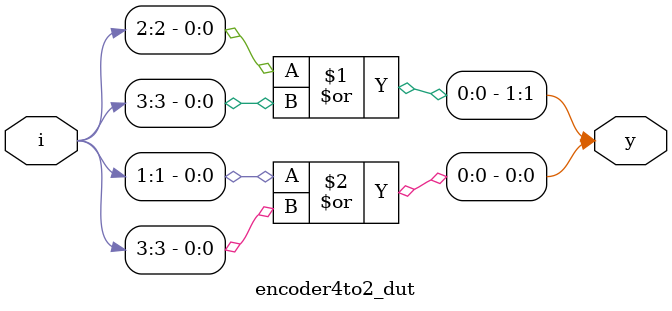
<source format=v>
module encoder4to2_dut (
    i,y
);
    input [3:0]i;
    output [1:0]y;

    or(y[1],i[2],i[3]);
    or(y[0],i[1],i[3]);
endmodule

</source>
